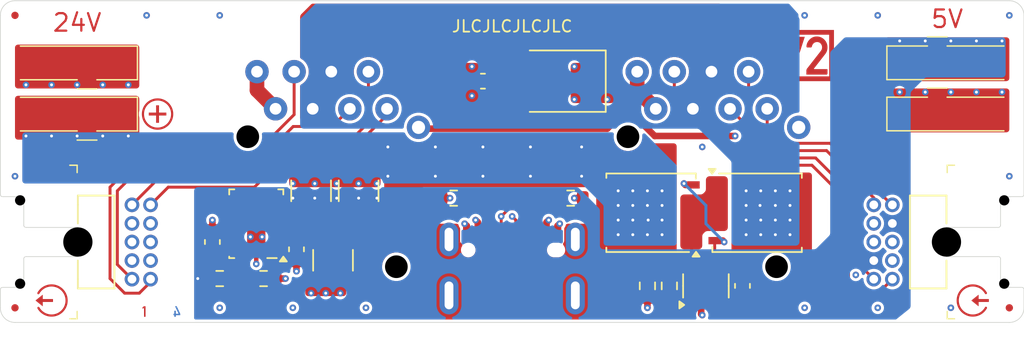
<source format=kicad_pcb>
(kicad_pcb (version 20241229) (generator "pcbnew") (generator_version "9.0")
  (title_block (date "2025-11-17") (rev "5"))
  (layers (0 "F.Cu" signal "Front") (4 "In1.Cu" power) (6 "In2.Cu" power) (2 "B.Cu" power "Back") (13 "F.Paste" user) (5 "F.SilkS" user "F.Silkscreen") (7 "B.SilkS" user "B.Silkscreen") (1 "F.Mask" user) (3 "B.Mask" user) (25 "Edge.Cuts" user))
  (property "Order-Number" "JLCJLCJLCJLC")
  (net 0 "")
  (net 1 "GND")
  (net 2 "Net-(U301-VCAP)")
  (net 3 "/Power +5V/Feedback")
  (net 4 "+5V")
  (net 5 "+24V")
  (net 6 "/Power +5V/Vcc")
  (net 7 "/Polarity Protection/Gate")
  (net 8 "/Polarity Protection/Overvoltage")
  (net 10 "/+24V-Link")
  (net 14 "/Plug-RX-A")
  (net 15 "/Plug-RX-B")
  (net 16 "/Plug-TX-Y")
  (net 17 "/Plug-TX-Z")
  (net 18 "/Socket-RX-A")
  (net 19 "/Socket-RX-B")
  (net 20 "/Socket-TX-Y")
  (net 21 "/Socket-TX-Z")
  (net 22 "/USB-CC1")
  (net 23 "/USB+")
  (net 24 "/USB-")
  (net 25 "/USB-CC2")
  (net 26 "Earth")
  (net 31 "/Shield")
  (net 35 "VBUS")
  (net 36 "/Polarity Protection/Source")
  (footprint "V2_Package_TO_SOT_SMD:SOT-23-8" (layer "F.Cu") (at 165.25 112.5 90)
    (property "Reference" "U301" (hide yes))
    (property "Value" "LM74502-Q1" (hide yes))
  )
  (footprint "V2_Resistor_SMD:R_0603" (layer "F.Cu") (at 132 112)
    (property "Reference" "R501" (hide yes))
    (property "Value" "40k2" (hide yes))
  )
  (footprint "V2_Connector_USB:JAE_DX07S016JA3" (layer "F.Cu") (at 152 112)
    (property "Reference" "J103" (hide yes))
    (property "Value" "DX07S016JA3" (hide yes))
  )
  (footprint "V2_Package_TO_SOT_SMD:TDSON-8-FL" (layer "F.Cu") (at 168.75 107.5)
    (property "Reference" "Q301" (hide yes))
    (property "Value" "BSC010N04LS" (hide yes))
  )
  (footprint "V2_Resistor_SMD:R_0603" (layer "F.Cu") (at 162.75 112.5 90)
    (property "Reference" "R301" (hide yes))
    (property "Value" "100k" (hide yes))
  )
  (footprint "V2_Fiducial:Fiducial_0.5mm_Mask1mm_Paste" (layer "F.Cu") (at 186 114)
    (property "Reference" "FID103" (hide yes))
    (property "Value" "Fiducial_Paste" (hide yes))
  )
  (footprint "V2_Fiducial:Fiducial_0.5mm_Mask1mm_Paste" (layer "F.Cu") (at 118 114)
    (property "Reference" "FID101" (hide yes))
    (property "Value" "Fiducial_Paste" (hide yes))
  )
  (footprint "V2_Production:Order_Number" (layer "F.Cu") (at 152 94.75)
    (property "Reference" "INFO102" (hide yes))
    (property "Value" "Order_Number" (hide yes))
  )
  (footprint "V2_Artwork:Logo_Small" (layer "F.Cu") (at 172 96.75)
    (property "Reference" "ICON102" (hide yes))
    (property "Value" "V2-logo" (hide yes))
  )
  (footprint "V2_Package_TO_SOT_SMD:TDSON-8-FL" (layer "F.Cu") (at 161.5 107.5 180)
    (property "Reference" "Q302" (hide yes))
    (property "Value" "BSC010N04LS" (hide yes))
  )
  (footprint "V2_Artwork:Arrow_In" (layer "F.Cu") (at 183.5 113.5 180)
    (property "Reference" "ICON106" (hide yes))
    (property "Value" "Arrow_In" (hide yes))
  )
  (footprint "V2_Connector_WAGO:2065-100" (layer "F.Cu") (at 122.5 100.75)
    (property "Reference" "J106" (hide yes))
    (property "Value" "Conn_01x01" (hide yes))
  )
  (footprint "V2_Connector_Header_1.27mm:PinHeader_2x05_P1.27mm_Horizontal" (layer "F.Cu") (at 178 109.5 -90)
    (property "Reference" "J101" (hide yes))
    (property "Value" "2x05_Horizontal" (hide yes))
  )
  (footprint "V2_PCB_Devices:PCB_Plug_Horizontal" (layer "F.Cu") (at 178 109.5 -90)
    (property "Reference" "PLUG101" (hide yes))
    (property "Value" "PCB_Plug_Horizontal" (hide yes))
    (fp_line (start -1 -3.7) (end 1 -3.7) (stroke (width 0.05)) (layer "Edge.Cuts"))
    (fp_line (start 1 -3.7) (end 1 -7.25) (stroke (width 0.05)) (layer "Edge.Cuts"))
    (fp_line (start -1 -7.25) (end -1 -3.7) (stroke (width 0.05)) (layer "Edge.Cuts"))
    (fp_line (start -3.1 -7.4) (end -1.15 -7.4) (stroke (width 0.05)) (layer "Edge.Cuts"))
    (fp_line (start 1.15 -7.4) (end 3.1 -7.4) (stroke (width 0.05)) (layer "Edge.Cuts"))
    (fp_line (start 3.1 -7.4) (end 3.1 -8.85) (stroke (width 0.05)) (layer "Edge.Cuts"))
    (fp_line (start -3.1 -8.85) (end -3.1 -7.4) (stroke (width 0.05)) (layer "Edge.Cuts"))
    (fp_arc (start 1 -7.25) (mid 1.043934 -7.356066) (end 1.15 -7.4) (stroke (width 0.05)) (layer "Edge.Cuts"))
    (fp_arc (start -1.15 -7.4) (mid -1.043934 -7.356066) (end -1 -7.25) (stroke (width 0.05)) (layer "Edge.Cuts"))
    (fp_arc (start 3.1 -8.85) (mid 3.143934 -8.956066) (end 3.25 -9) (stroke (width 0.05)) (layer "Edge.Cuts"))
    (fp_arc (start -3.25 -9) (mid -3.143934 -8.956066) (end -3.1 -8.85) (stroke (width 0.05)) (layer "Edge.Cuts"))
  )
  (footprint "V2_Diode_SMD:D_SMB" (layer "F.Cu") (at 155.5 98.5 180)
    (property "Reference" "TVS101" (hide yes))
    (property "Value" "SMBJ36CA" (hide yes))
  )
  (footprint "V2_Resistor_SMD:R_0603" (layer "F.Cu") (at 156 106.5)
    (property "Reference" "R102" (hide yes))
    (property "Value" "5k1" (hide yes))
  )
  (footprint "V2_Capacitor_SMD:C_0603" (layer "F.Cu") (at 167.75 112.5 -90)
    (property "Reference" "C301" (hide yes))
    (property "Value" "0u22" (hide yes))
  )
  (footprint "V2_Capacitor_SMD:C_1210" (layer "F.Cu") (at 138.25 106 90)
    (property "Reference" "C504" (hide yes))
    (property "Value" "22u" (hide yes))
  )
  (footprint "V2_Capacitor_SMD:C_0603" (layer "F.Cu") (at 150 98.5 180)
    (property "Reference" "C101" (hide yes))
    (property "Value" "0u1" (hide yes))
  )
  (footprint "V2_Artwork:Plus_Small" (layer "F.Cu") (at 127.75 100.75 90)
    (property "Reference" "ICON105" (hide yes))
    (property "Value" "Plus" (hide yes))
  )
  (footprint "V2_PCB_Devices:PCB_Plug_Horizontal" (layer "F.Cu") (at 126 109.5 90)
    (property "Reference" "PLUG102" (hide yes))
    (property "Value" "PCB_Plug_Horizontal" (hide yes))
    (fp_line (start -3.1 -8.85) (end -3.1 -7.4) (stroke (width 0.05)) (layer "Edge.Cuts"))
    (fp_line (start 3.1 -7.4) (end 3.1 -8.85) (stroke (width 0.05)) (layer "Edge.Cuts"))
    (fp_line (start 1.15 -7.4) (end 3.1 -7.4) (stroke (width 0.05)) (layer "Edge.Cuts"))
    (fp_line (start -3.1 -7.4) (end -1.15 -7.4) (stroke (width 0.05)) (layer "Edge.Cuts"))
    (fp_line (start -1 -7.25) (end -1 -3.7) (stroke (width 0.05)) (layer "Edge.Cuts"))
    (fp_line (start 1 -3.7) (end 1 -7.25) (stroke (width 0.05)) (layer "Edge.Cuts"))
    (fp_line (start -1 -3.7) (end 1 -3.7) (stroke (width 0.05)) (layer "Edge.Cuts"))
    (fp_arc (start -3.25 -9) (mid -3.143934 -8.956066) (end -3.1 -8.85) (stroke (width 0.05)) (layer "Edge.Cuts"))
    (fp_arc (start 3.1 -8.85) (mid 3.143934 -8.956066) (end 3.25 -9) (stroke (width 0.05)) (layer "Edge.Cuts"))
    (fp_arc (start -1.15 -7.4) (mid -1.043934 -7.356066) (end -1 -7.25) (stroke (width 0.05)) (layer "Edge.Cuts"))
    (fp_arc (start 1 -7.25) (mid 1.043934 -7.356066) (end 1.15 -7.4) (stroke (width 0.05)) (layer "Edge.Cuts"))
  )
  (footprint "V2_Artwork:24V" (layer "F.Cu") (at 122.25 94.5)
    (property "Reference" "ICON104" (hide yes))
    (property "Value" "24V" (hide yes))
  )
  (footprint "V2_Resistor_SMD:R_0603" (layer "F.Cu") (at 148 106.5 180)
    (property "Reference" "R101" (hide yes))
    (property "Value" "5k1" (hide yes))
  )
  (footprint "V2_Artwork:5V" (layer "F.Cu") (at 181.75 94.25)
    (property "Reference" "ICON101" (hide yes))
    (property "Value" "5V" (hide yes))
  )
  (footprint "V2_Connector_Header_1.27mm:PinHeader_2x05_P1.27mm_Horizontal" (layer "F.Cu") (at 126 109.5 90)
    (property "Reference" "J104" (hide yes))
    (property "Value" "2x05_Horizontal" (hide yes))
  )
  (footprint "V2_Production:Layer_Numbers" (layer "F.Cu") (at 128 114.25)
    (property "Reference" "INFO101" (hide yes))
    (property "Value" "Layer_Numbers" (hide yes))
  )
  (footprint "V2_Capacitor_SMD:C_1210" (layer "F.Cu") (at 139.75 110.75 -90)
    (property "Reference" "C501" (hide yes))
    (property "Value" "10u" (hide yes))
  )
  (footprint "V2_Connector_WAGO:2065-100" (layer "F.Cu") (at 122.5 97.25)
    (property "Reference" "J109" (hide yes))
    (property "Value" "Conn_01x01" (hide yes))
  )
  (footprint "V2_Artwork:Arrow_Out" (layer "F.Cu") (at 120.5 113.5 180)
    (property "Reference" "ICON107" (hide yes))
    (property "Value" "Arrow_Out" (hide yes))
  )
  (footprint "V2_Resistor_SMD:R_0603" (layer "F.Cu") (at 161.25 112.5 -90)
    (property "Reference" "R302" (hide yes))
    (property "Value" "3k9" (hide yes))
  )
  (footprint "V2_Capacitor_SMD:C_0603" (layer "F.Cu") (at 137.25 110 -90)
    (property "Reference" "C502" (hide yes))
    (property "Value" "0u1" (hide yes))
  )
  (footprint "V2_Connector_WAGO:2065-100" (layer "F.Cu") (at 181.5 97.25 180)
    (property "Reference" "J107" (hide yes))
    (property "Value" "Conn_01x01" (hide yes))
  )
  (footprint "V2_Connector_WAGO:2065-100" (layer "F.Cu") (at 181.5 100.75 180)
    (property "Reference" "J108" (hide yes))
    (property "Value" "Conn_01x01" (hide yes))
  )
  (footprint "V2_Capacitor_SMD:C_0603" (layer "F.Cu") (at 131.5 109.5 90)
    (property "Reference" "C505" (hide yes))
    (property "Value" "1u" (hide yes))
  )
  (footprint "V2_Resistor_SMD:R_0603" (layer "F.Cu") (at 135 112)
    (property "Reference" "R502" (hide yes))
    (property "Value" "10k" (hide yes))
  )
  (footprint "V2_Converter_DCDC:TPSM33625" (layer "F.Cu") (at 134.5 108.25 180)
    (property "Reference" "U501" (hide yes))
    (property "Value" "TPSM33625" (hide yes))
  )
  (footprint "V2_Fiducial:Fiducial_0.5mm_Mask1mm_Paste" (layer "F.Cu") (at 118 94)
    (property "Reference" "FID102" (hide yes))
    (property "Value" "Fiducial_Paste" (hide yes))
  )
  (footprint "V2_Capacitor_SMD:C_1210" (layer "F.Cu") (at 141.5 106 90)
    (property "Reference" "C503" (hide yes))
    (property "Value" "22u" (hide yes))
  )
  (footprint "V2_Artwork:Plus_Small" (layer "F.Cu") (at 176.25 97.25 -90)
    (property "Reference" "ICON103" (hide yes))
    (property "Value" "Plus" (hide yes))
  )
  (footprint "V2_Connector_EtherCon:NE8FAH" (layer "B.Cu") (at 165 115)
    (property "Reference" "J102" (hide yes))
    (property "Value" "NE8FAH" (hide yes))
  )
  (footprint "V2_Connector_EtherCon:NE8FAH" (layer "B.Cu") (at 139 115)
    (property "Reference" "J105" (hide yes))
    (property "Value" "NE8FAH" (hide yes))
  )
  (gr_line (start 187 94) (end 187 106.25) (stroke (width 0.05)) (layer "Edge.Cuts"))
  (gr_line (start 117 112.75) (end 117 114) (stroke (width 0.05)) (layer "Edge.Cuts"))
  (gr_line (start 118 93) (end 186 93) (stroke (width 0.05)) (layer "Edge.Cuts"))
  (gr_line (start 117 94) (end 117 106.25) (stroke (width 0.05)) (layer "Edge.Cuts"))
  (gr_line (start 187 112.75) (end 187 114) (stroke (width 0.05)) (layer "Edge.Cuts"))
  (gr_arc (start 118 115) (mid 117.292893 114.707107) (end 117 114) (stroke (width 0.05)) (layer "Edge.Cuts"))
  (gr_arc (start 187 114) (mid 186.707107 114.707107) (end 186 115) (stroke (width 0.05)) (layer "Edge.Cuts"))
  (gr_arc (start 117 94) (mid 117.292893 93.292893) (end 118 93) (stroke (width 0.05)) (layer "Edge.Cuts"))
  (gr_arc (start 186 93) (mid 186.707107 93.292893) (end 187 94) (stroke (width 0.05)) (layer "Edge.Cuts"))
  (gr_line (start 118 115) (end 186 115) (stroke (width 0.05)) (layer "Edge.Cuts"))
  (segment (start 134.55 97.85) (end 134.55 99.12) (width 1) (layer "F.Cu") (net 1))
  (segment (start 164.925 114.425) (end 165 114.5) (width 0.45) (layer "F.Cu") (net 1))
  (segment (start 131.5 108) (end 131.5 108.725) (width 0.45) (layer "F.Cu") (net 1))
  (segment (start 161.25 114) (end 161.25 113.325) (width 0.45) (layer "F.Cu") (net 1))
  (segment (start 136.5 112) (end 135.825 112) (width 0.45) (layer "F.Cu") (net 1))
  (segment (start 148.9 108.4) (end 148.75 108.25) (width 0.45) (layer "F.Cu") (net 1))
  (segment (start 156.825 106.5) (end 156.25 106.5) (width 0.45) (layer "F.Cu") (net 1))
  (segment (start 134.5 110.95) (end 134.5 109.95) (width 0.3) (layer "F.Cu") (net 1))
  (segment (start 164.925 113.6375) (end 164.925 114.425) (width 0.45) (layer "F.Cu") (net 1))
  (segment (start 137.25 111.5) (end 137.25 110.775) (width 0.45) (layer "F.Cu") (net 1))
  (segment (start 160.55 97.85) (end 160.55 99.12) (width 1) (layer "F.Cu") (net 1))
  (segment (start 134.55 99.12) (end 135.82 100.39) (width 1) (layer "F.Cu") (net 1))
  (segment (start 155.1 108.95) (end 155.1 108.4) (width 0.45) (layer "F.Cu") (net 1))
  (segment (start 160.55 99.12) (end 161.82 100.39) (width 1) (layer "F.Cu") (net 1))
  (segment (start 147.175 106.5) (end 147.75 106.5) (width 0.45) (layer "F.Cu") (net 1))
  (segment (start 155.1 108.4) (end 155.25 108.25) (width 0.45) (layer "F.Cu") (net 1))
  (segment (start 148.9 108.95) (end 148.9 108.4) (width 0.45) (layer "F.Cu") (net 1))
  (via (at 137 105.5) (size 0.45) (drill 0.2) (layers "F.Cu" "B.Cu") (net 1))
  (via (at 180.25 99.25) (size 0.45) (drill 0.2) (layers "F.Cu" "B.Cu") (net 1))
  (via (at 138.5 105.5) (size 0.45) (drill 0.2) (layers "F.Cu" "B.Cu") (net 1))
  (via (at 155.25 108.25) (size 0.45) (drill 0.2) (layers "F.Cu" "B.Cu") (net 1))
  (via (at 177 114) (size 0.45) (drill 0.2) (layers "F.Cu" "B.Cu") (net 1))
  (via (at 161.25 114) (size 0.45) (drill 0.2) (layers "F.Cu" "B.Cu") (net 1))
  (via (at 118 105) (size 0.45) (drill 0.2) (layers "F.Cu" "B.Cu") (net 1))
  (via (at 127 94) (size 0.45) (drill 0.2) (layers "F.Cu" "B.Cu") (net 1))
  (via (at 165 114.5) (size 0.45) (drill 0.2) (layers "F.Cu" "B.Cu") (net 1))
  (via (at 149.25 99.5) (size 0.45) (drill 0.2) (layers "F.Cu" "B.Cu") (net 1))
  (via (at 182 114) (size 0.45) (drill 0.2) (layers "F.Cu" "B.Cu") (net 1))
  (via (at 156.25 106.5) (size 0.45) (drill 0.2) (layers "F.Cu" "B.Cu") (net 1))
  (via (at 134.5 111) (size 0.45) (drill 0.2) (layers "F.Cu" "B.Cu") (net 1))
  (via (at 122.25 98.75) (size 0.45) (drill 0.2) (layers "F.Cu" "B.Cu") (net 1))
  (via (at 158.5 99.75) (size 0.45) (drill 0.2) (layers "F.Cu" "B.Cu") (net 1))
  (via (at 156.25 97.5) (size 0.45) (drill 0.2) (layers "F.Cu" "B.Cu") (net 1))
  (via (at 148.75 108.25) (size 0.45) (drill 0.2) (layers "F.Cu" "B.Cu") (net 1))
  (via (at 156.25 99.75) (size 0.45) (drill 0.2) (layers "F.Cu" "B.Cu") (net 1))
  (via (at 165 103) (size 0.45) (drill 0.2) (layers "F.Cu" "B.Cu") (net 1))
  (via (at 175.5 111.75) (size 0.45) (drill 0.2) (layers "F.Cu" "B.Cu") (net 1))
  (via (at 136.5 112) (size 0.45) (drill 0.2) (layers "F.Cu" "B.Cu") (net 1))
  (via (at 138.25 113) (size 0.45) (drill 0.2) (layers "F.Cu" "B.Cu") (net 1))
  (via (at 142 114) (size 0.45) (drill 0.2) (layers "F.Cu" "B.Cu") (net 1))
  (via (at 132 94) (size 0.45) (drill 0.2) (layers "F.Cu" "B.Cu") (net 1))
  (via (at 139.25 113) (size 0.45) (drill 0.2) (layers "F.Cu" "B.Cu") (net 1))
  (via (at 186 94) (size 0.45) (drill 0.2) (layers "F.Cu" "B.Cu") (net 1))
  (via (at 125.75 98.75) (size 0.45) (drill 0.2) (layers "F.Cu" "B.Cu") (net 1))
  (via (at 186 105) (size 0.45) (drill 0.2) (layers "F.Cu" "B.Cu") (net 1))
  (via (at 118.75 98.75) (size 0.45) (drill 0.2) (layers "F.Cu" "B.Cu") (net 1))
  (via (at 147.75 106.5) (size 0.45) (drill 0.2) (layers "F.Cu" "B.Cu") (net 1))
  (via (at 137 114) (size 0.45) (drill 0.2) (layers "F.Cu" "B.Cu") (net 1))
  (via (at 142.75 105.5) (size 0.45) (drill 0.2) (layers "F.Cu" "B.Cu") (net 1))
  (via (at 185.5 99.25) (size 0.45) (drill 0.2) (layers "F.Cu" "B.Cu") (net 1))
  (via (at 141.5 105.5) (size 0.45) (drill 0.2) (layers "F.Cu" "B.Cu") (net 1))
  (via (at 177 94) (size 0.45) (drill 0.2) (layers "F.Cu" "B.Cu") (net 1))
  (via (at 137.25 111.5) (size 0.45) (drill 0.2) (layers "F.Cu" "B.Cu") (net 1))
  (via (at 183.75 99.25) (size 0.45) (drill 0.2) (layers "F.Cu" "B.Cu") (net 1))
  (via (at 172 94) (size 0.45) (drill 0.2) (layers "F.Cu" "B.Cu") (net 1))
  (via (at 124 98.75) (size 0.45) (drill 0.2) (layers "F.Cu" "B.Cu") (net 1))
  (via (at 140.25 113) (size 0.45) (drill 0.2) (layers "F.Cu" "B.Cu") (net 1))
  (via (at 149.25 97.5) (size 0.45) (drill 0.2) (layers "F.Cu" "B.Cu") (net 1))
  (via (at 131.5 108) (size 0.45) (drill 0.2) (layers "F.Cu" "B.Cu") (net 1))
  (via (at 182 99.25) (size 0.45) (drill 0.2) (layers "F.Cu" "B.Cu") (net 1))
  (via (at 140 105.5) (size 0.45) (drill 0.2) (layers "F.Cu" "B.Cu") (net 1))
  (via (at 132 114) (size 0.45) (drill 0.2) (layers "F.Cu" "B.Cu") (net 1))
  (via (at 172 114) (size 0.45) (drill 0.2) (layers "F.Cu" "B.Cu") (net 1))
  (via (at 120.5 98.75) (size 0.45) (drill 0.2) (layers "F.Cu" "B.Cu") (net 1))
  (via (at 178.5 99.25) (size 0.45) (drill 0.2) (layers "F.Cu" "B.Cu") (net 1))
  (segment (start 166.3625 113.5) (end 167.525 113.5) (width 0.2) (layer "F.Cu") (net 2))
  (segment (start 167.525 113.5) (end 167.75 113.275) (width 0.2) (layer "F.Cu") (net 2))
  (segment (start 166.225 113.6375) (end 166.3625 113.5) (width 0.2) (layer "F.Cu") (net 2))
  (segment (start 134 110.31) (end 133.975 110.335) (width 0.2) (layer "F.Cu") (net 3))
  (segment (start 133.975 111.8) (end 134.175 112) (width 0.2) (layer "F.Cu") (net 3))
  (segment (start 134.175 112) (end 132.825 112) (width 0.2) (layer "F.Cu") (net 3))
  (segment (start 133.975 110.335) (end 133.975 111.8) (width 0.2) (layer "F.Cu") (net 3))
  (segment (start 131.175 112) (end 130.5 112) (width 0.45) (layer "F.Cu") (net 4))
  (via (at 180.25 95.75) (size 0.45) (drill 0.2) (layers "F.Cu" "B.Cu") (net 4))
  (via (at 183.75 95.75) (size 0.45) (drill 0.2) (layers "F.Cu" "B.Cu") (net 4))
  (via (at 130.5 112) (size 0.45) (drill 0.2) (layers "F.Cu" "B.Cu") (net 4))
  (via (at 138.5 106.5) (size 0.45) (drill 0.2) (layers "F.Cu" "B.Cu") (net 4))
  (via (at 142.75 106.5) (size 0.45) (drill 0.2) (layers "F.Cu" "B.Cu") (net 4))
  (via (at 141.5 106.5) (size 0.45) (drill 0.2) (layers "F.Cu" "B.Cu") (net 4))
  (via (at 185.5 95.75) (size 0.45) (drill 0.2) (layers "F.Cu" "B.Cu") (net 4))
  (via (at 182 95.75) (size 0.45) (drill 0.2) (layers "F.Cu" "B.Cu") (net 4))
  (via (at 137 106.5) (size 0.45) (drill 0.2) (layers "F.Cu" "B.Cu") (net 4))
  (via (at 178.5 95.75) (size 0.45) (drill 0.2) (layers "F.Cu" "B.Cu") (net 4))
  (via (at 140 106.5) (size 0.45) (drill 0.2) (layers "F.Cu" "B.Cu") (net 4))
  (via (at 120.5 102.25) (size 0.45) (drill 0.2) (layers "F.Cu" "B.Cu") (net 5))
  (via (at 118.75 102.25) (size 0.45) (drill 0.2) (layers "F.Cu" "B.Cu") (net 5))
  (via (at 125.75 102.25) (size 0.45) (drill 0.2) (layers "F.Cu" "B.Cu") (net 5))
  (via (at 156.75 103) (size 0.45) (drill 0.2) (layers "F.Cu" "B.Cu") (net 5))
  (via (at 150 103) (size 0.45) (drill 0.2) (layers "F.Cu" "B.Cu") (net 5))
  (via (at 143.5 105) (size 0.45) (drill 0.2) (layers "F.Cu" "B.Cu") (net 5))
  (via (at 150 105) (size 0.45) (drill 0.2) (layers "F.Cu" "B.Cu") (net 5))
  (via (at 143.5 103) (size 0.45) (drill 0.2) (layers "F.Cu" "B.Cu") (net 5))
  (via (at 124 102.25) (size 0.45) (drill 0.2) (layers "F.Cu" "B.Cu") (net 5))
  (via (at 146.75 103) (size 0.45) (drill 0.2) (layers "F.Cu" "B.Cu") (net 5))
  (via (at 146.75 105) (size 0.45) (drill 0.2) (layers "F.Cu" "B.Cu") (net 5))
  (via (at 153.25 105) (size 0.45) (drill 0.2) (layers "F.Cu" "B.Cu") (net 5))
  (via (at 153.25 103) (size 0.45) (drill 0.2) (layers "F.Cu" "B.Cu") (net 5))
  (via (at 156.75 105) (size 0.45) (drill 0.2) (layers "F.Cu" "B.Cu") (net 5))
  (via (at 122.25 102.25) (size 0.45) (drill 0.2) (layers "F.Cu" "B.Cu") (net 5))
  (segment (start 135.025 110.335) (end 135 110.31) (width 0.2) (layer "F.Cu") (net 6))
  (segment (start 131.5 110.275) (end 132 110.775) (width 0.2) (layer "F.Cu") (net 6))
  (segment (start 132 112.5) (end 132.5 113) (width 0.2) (layer "F.Cu") (net 6))
  (segment (start 132 110.775) (end 132 112.5) (width 0.2) (layer "F.Cu") (net 6))
  (segment (start 135.025 112.475) (end 135.025 110.335) (width 0.2) (layer "F.Cu") (net 6))
  (segment (start 133.1125 110.21) (end 131.565 110.21) (width 0.45) (layer "F.Cu") (net 6))
  (segment (start 131.565 110.21) (end 131.5 110.275) (width 0.2) (layer "F.Cu") (net 6))
  (segment (start 134.5 113) (end 135.025 112.475) (width 0.2) (layer "F.Cu") (net 6))
  (segment (start 132.5 113) (end 134.5 113) (width 0.2) (layer "F.Cu") (net 6))
  (segment (start 163.845 105.595) (end 163.75 105.5) (width 0.45) (layer "F.Cu") (net 7))
  (segment (start 166.405 109.405) (end 166.5 109.5) (width 0.45) (layer "F.Cu") (net 7))
  (segment (start 164.4 105.595) (end 163.845 105.595) (width 0.45) (layer "F.Cu") (net 7))
  (segment (start 165.85 110.15) (end 165.85 109.405) (width 0.2) (layer "F.Cu") (net 7))
  (segment (start 165.85 109.405) (end 166.405 109.405) (width 0.45) (layer "F.Cu") (net 7))
  (segment (start 165.575 110.425) (end 165.85 110.15) (width 0.2) (layer "F.Cu") (net 7))
  (segment (start 165.575 111.3625) (end 165.575 110.425) (width 0.2) (layer "F.Cu") (net 7))
  (via (at 166.5 109.5) (size 0.45) (drill 0.2) (layers "F.Cu" "B.Cu") (net 7))
  (via (at 163.75 105.5) (size 0.45) (drill 0.2) (layers "F.Cu" "B.Cu") (net 7))
  (segment (start 165.25 108.25) (end 166.5 109.5) (width 0.2) (layer "B.Cu") (net 7))
  (segment (start 163.75 105.5) (end 165.25 107) (width 0.2) (layer "B.Cu") (net 7))
  (segment (start 165.25 107) (end 165.25 108.25) (width 0.2) (layer "B.Cu") (net 7))
  (segment (start 164.925 112.075) (end 164.75 112.25) (width 0.2) (layer "F.Cu") (net 8))
  (segment (start 162.75 111.675) (end 161.25 111.675) (width 0.2) (layer "F.Cu") (net 8))
  (segment (start 163.325 112.25) (end 162.75 111.675) (width 0.2) (layer "F.Cu") (net 8))
  (segment (start 164.75 112.25) (end 163.325 112.25) (width 0.2) (layer "F.Cu") (net 8))
  (segment (start 164.925 111.360404) (end 164.925 112.075) (width 0.2) (layer "F.Cu") (net 8))
  (segment (start 163.0625 113.6375) (end 162.75 113.325) (width 0.2) (layer "F.Cu") (net 10))
  (segment (start 164.275 112.975) (end 164.5 112.75) (width 0.2) (layer "F.Cu") (net 10))
  (segment (start 164.275 113.6375) (end 163.0625 113.6375) (width 0.2) (layer "F.Cu") (net 10))
  (segment (start 167.75 111.725) (end 168 111.475) (width 0.2) (layer "F.Cu") (net 10))
  (segment (start 164.275 113.6375) (end 164.275 112.975) (width 0.2) (layer "F.Cu") (net 10))
  (segment (start 168 111.475) (end 168 108.75) (width 0.2) (layer "F.Cu") (net 10))
  (segment (start 166.225 112.025) (end 166.225 111.3625) (width 0.2) (layer "F.Cu") (net 10))
  (segment (start 167.3875 111.3625) (end 167.75 111.725) (width 0.2) (layer "F.Cu") (net 10))
  (segment (start 164.5 112.75) (end 165.5 112.75) (width 0.2) (layer "F.Cu") (net 10))
  (segment (start 166.225 111.3625) (end 167.3875 111.3625) (width 0.2) (layer "F.Cu") (net 10))
  (segment (start 165.5 112.75) (end 166.225 112.025) (width 0.2) (layer "F.Cu") (net 10))
  (segment (start 172.75 103.75) (end 170.25 103.75) (width 0.2) (layer "F.Cu") (net 14))
  (segment (start 166.9 100.4) (end 166.9 100.39) (width 0.2) (layer "F.Cu") (net 14))
  (segment (start 176.73 112.04) (end 175.5 110.81) (width 0.2) (layer "F.Cu") (net 14))
  (segment (start 175.5 110.81) (end 175.5 106.5) (width 0.2) (layer "F.Cu") (net 14))
  (segment (start 175.5 106.5) (end 172.75 103.75) (width 0.2) (layer "F.Cu") (net 14))
  (segment (start 170.25 103.75) (end 166.9 100.4) (width 0.2) (layer "F.Cu") (net 14))
  (segment (start 176 113) (end 177.04 113) (width 0.2) (layer "F.Cu") (net 15))
  (segment (start 175 112) (end 176 113) (width 0.2) (layer "F.Cu") (net 15))
  (segment (start 163.09 97.85) (end 163.09 101.09) (width 0.2) (layer "F.Cu") (net 15))
  (segment (start 163.5 101.5) (end 167.25 101.5) (width 0.2) (layer "F.Cu") (net 15))
  (segment (start 175 106.75) (end 175 112) (width 0.2) (layer "F.Cu") (net 15))
  (segment (start 172.5 104.25) (end 175 106.75) (width 0.2) (layer "F.Cu") (net 15))
  (segment (start 170 104.25) (end 172.5 104.25) (width 0.2) (layer "F.Cu") (net 15))
  (segment (start 163.09 101.09) (end 163.5 101.5) (width 0.2) (layer "F.Cu") (net 15))
  (segment (start 177.04 113) (end 178 112.04) (width 0.2) (layer "F.Cu") (net 15))
  (segment (start 167.25 101.5) (end 170 104.25) (width 0.2) (layer "F.Cu") (net 15))
  (segment (start 178 106.96) (end 177.96 106.96) (width 0.2) (layer "F.Cu") (net 16))
  (segment (start 177.96 106.96) (end 173.75 102.75) (width 0.2) (layer "F.Cu") (net 16))
  (segment (start 173.75 102.75) (end 170.75 102.75) (width 0.2) (layer "F.Cu") (net 16))
  (segment (start 169.44 101.44) (end 169.44 100.39) (width 0.2) (layer "F.Cu") (net 16))
  (segment (start 170.75 102.75) (end 169.44 101.44) (width 0.2) (layer "F.Cu") (net 16))
  (segment (start 173.5 103.25) (end 176.73 106.48) (width 0.2) (layer "F.Cu") (net 17))
  (segment (start 168.17 100.92) (end 170.5 103.25) (width 0.2) (layer "F.Cu") (net 17))
  (segment (start 168.17 97.85) (end 168.17 100.92) (width 0.2) (layer "F.Cu") (net 17))
  (segment (start 176.73 106.48) (end 176.73 106.96) (width 0.2) (layer "F.Cu") (net 17))
  (segment (start 170.5 103.25) (end 173.5 103.25) (width 0.2) (layer "F.Cu") (net 17))
  (segment (start 127.27 106.96) (end 128.48 105.75) (width 0.2) (layer "F.Cu") (net 18))
  (segment (start 143.44 100.39) (end 142.89 100.39) (width 0.2) (layer "F.Cu") (net 18))
  (segment (start 141.25 103) (end 143.44 100.81) (width 0.2) (layer "F.Cu") (net 18))
  (segment (start 128.48 105.75) (end 134.375 105.75) (width 0.2) (layer "F.Cu") (net 18))
  (segment (start 134.375 105.75) (end 137.125 103) (width 0.2) (layer "F.Cu") (net 18))
  (segment (start 143.44 100.81) (end 143.44 100.39) (width 0.2) (layer "F.Cu") (net 18))
  (segment (start 137.125 103) (end 141.25 103) (width 0.2) (layer "F.Cu") (net 18))
  (segment (start 142.17 101.33) (end 142.17 97.85) (width 0.2) (layer "F.Cu") (net 19))
  (segment (start 136.875 102.5) (end 141 102.5) (width 0.2) (layer "F.Cu") (net 19))
  (segment (start 142.17 97.85) (end 142.17 97.833619) (width 0.2) (layer "F.Cu") (net 19))
  (segment (start 126 106.96) (end 127.71 105.25) (width 0.2) (layer "F.Cu") (net 19))
  (segment (start 134.125 105.25) (end 136.875 102.5) (width 0.2) (layer "F.Cu") (net 19))
  (segment (start 141 102.5) (end 142.17 101.33) (width 0.2) (layer "F.Cu") (net 19))
  (segment (start 127.71 105.25) (end 134.125 105.25) (width 0.2) (layer "F.Cu") (net 19))
  (segment (start 126 112.04) (end 125 111.04) (width 0.2) (layer "F.Cu") (net 20))
  (segment (start 125 106) (end 126.25 104.75) (width 0.2) (layer "F.Cu") (net 20))
  (segment (start 137.025 101.6) (end 139.69 101.6) (width 0.2) (layer "F.Cu") (net 20))
  (segment (start 133.875 104.75) (end 137.025 101.6) (width 0.2) (layer "F.Cu") (net 20))
  (segment (start 125 111.04) (end 125 106) (width 0.2) (layer "F.Cu") (net 20))
  (segment (start 139.69 101.6) (end 140.9 100.39) (width 0.2) (layer "F.Cu") (net 20))
  (segment (start 126.25 104.75) (end 133.875 104.75) (width 0.2) (layer "F.Cu") (net 20))
  (segment (start 137.09 97.85) (end 137.09 100.785) (width 0.2) (layer "F.Cu") (net 21))
  (segment (start 125.5 113) (end 126.5 113) (width 0.2) (layer "F.Cu") (net 21))
  (segment (start 137.09 100.785) (end 133.625 104.25) (width 0.2) (layer "F.Cu") (net 21))
  (segment (start 133.625 104.25) (end 126 104.25) (width 0.2) (layer "F.Cu") (net 21))
  (segment (start 126.5 113) (end 127.27 112.23) (width 0.2) (layer "F.Cu") (net 21))
  (segment (start 124.5 105.75) (end 124.5 112) (width 0.2) (layer "F.Cu") (net 21))
  (segment (start 127.27 112.23) (end 127.27 112.04) (width 0.2) (layer "F.Cu") (net 21))
  (segment (start 124.5 112) (end 125.5 113) (width 0.2) (layer "F.Cu") (net 21))
  (segment (start 126 104.25) (end 124.5 105.75) (width 0.2) (layer "F.Cu") (net 21))
  (segment (start 150.25 107.25) (end 150.25 108.95) (width 0.2) (layer "F.Cu") (net 22))
  (segment (start 149.5 106.5) (end 150.25 107.25) (width 0.2) (layer "F.Cu") (net 22))
  (segment (start 148.825 106.5) (end 149.5 106.5) (width 0.2) (layer "F.Cu") (net 22))
  (segment (start 152 108.95) (end 152.25 108.95) (width 0.2) (layer "F.Cu") (net 23))
  (segment (start 152 107.75) (end 152.25 108) (width 0.2) (layer "F.Cu") (net 23))
  (segment (start 152.25 108) (end 152.25 108.95) (width 0.2) (layer "F.Cu") (net 23))
  (segment (start 151.75 108.95) (end 152 108.95) (width 0.2) (layer "F.Cu") (net 23))
  (via (at 152 107.75) (size 0.45) (drill 0.2) (layers "F.Cu" "B.Cu") (net 23))
  (segment (start 152.225 107.225) (end 152.75 107.75) (width 0.2) (layer "F.Cu") (net 24))
  (segment (start 152.75 107.75) (end 152.75 108.95) (width 0.2) (layer "F.Cu") (net 24))
  (segment (start 151.25 107.75) (end 151.25 108.95) (width 0.2) (layer "F.Cu") (net 24))
  (segment (start 151.775 107.225) (end 152.225 107.225) (width 0.2) (layer "F.Cu") (net 24))
  (segment (start 151.25 107.75) (end 151.775 107.225) (width 0.2) (layer "F.Cu") (net 24))
  (via (at 151.25 107.75) (size 0.45) (drill 0.2) (layers "F.Cu" "B.Cu") (net 24))
  (segment (start 153.25 107.75) (end 153.25 108.95) (width 0.2) (layer "F.Cu") (net 25))
  (segment (start 155.175 106.5) (end 154.5 106.5) (width 0.2) (layer "F.Cu") (net 25))
  (segment (start 154.5 106.5) (end 153.25 107.75) (width 0.2) (layer "F.Cu") (net 25))
  (segment (start 145.685 101.75) (end 145.595 101.66) (width 0.45) (layer "F.Cu") (net 31))
  (segment (start 158.5 101.75) (end 145.685 101.75) (width 0.45) (layer "F.Cu") (net 31))
  (segment (start 160.5 101) (end 159.25 101) (width 0.45) (layer "F.Cu") (net 31))
  (segment (start 167.25 102.25) (end 161.75 102.25) (width 0.45) (layer "F.Cu") (net 31))
  (segment (start 161.75 102.25) (end 160.5 101) (width 0.45) (layer "F.Cu") (net 31))
  (segment (start 159.25 101) (end 158.5 101.75) (width 0.45) (layer "F.Cu") (net 31))
  (via (at 167.25 102.25) (size 0.45) (drill 0.2) (layers "F.Cu" "B.Cu") (net 31))
  (segment (start 154.35 108.95) (end 154.35 108.15) (width 0.45) (layer "F.Cu") (net 35))
  (segment (start 149.65 108.15) (end 149.5 108) (width 0.45) (layer "F.Cu") (net 35))
  (segment (start 149.65 108.95) (end 149.65 108.15) (width 0.45) (layer "F.Cu") (net 35))
  (segment (start 154.35 108.15) (end 154.5 108) (width 0.45) (layer "F.Cu") (net 35))
  (via (at 149.5 108) (size 0.45) (drill 0.2) (layers "F.Cu" "B.Cu") (net 35))
  (via (at 154.5 108) (size 0.45) (drill 0.2) (layers "F.Cu" "B.Cu") (net 35))
  (segment (start 164.275 108.195621) (end 164.335621 108.135) (width 0.2) (layer "F.Cu") (net 36))
  (segment (start 164.275 107.945621) (end 164.335621 107.885) (width 0.2) (layer "F.Cu") (net 36))
  (segment (start 164.275 111.3625) (end 164.275 108.195621) (width 0.2) (layer "F.Cu") (net 36))
  (zone (net 4) (net_name "+5V") (layer "F.Cu") (connect_pads yes (clearance 0.2)) (min_thickness 0.254) (fill yes (thermal_gap 0.508) (thermal_bridge_width 0.508) (smoothing fillet) (radius 0.2))
    (polygon (pts (xy 177.5 98.5) (xy 177.5 95.5) (xy 186 95.5) (xy 186 98.5)))
  )
  (zone (net 1) (net_name "GND") (layer "F.Cu") (priority 2) (connect_pads yes (clearance 0.2)) (min_thickness 0.25) (fill yes (thermal_gap 0.5) (thermal_bridge_width 0.5) (smoothing fillet) (radius 0.25))
    (polygon (pts (xy 156 100) (xy 159 100) (xy 159 97.25) (xy 156 97.25)))
  )
  (zone (net 10) (net_name "/+24V-Link") (layer "F.Cu") (priority 7) (connect_pads yes (clearance 0.2)) (min_thickness 0.25) (fill yes (thermal_gap 0.5) (thermal_bridge_width 0.5) (smoothing fillet) (radius 0.25))
    (polygon (pts (xy 138.5 93) (xy 137.5 94) (xy 137.5 101.25) (xy 139.75 101.25) (xy 139.75 99.25) (xy 141.25 99.25) (xy 141.25 97) (xy 150 97) (xy 150 100) (xy 154.75 100) (xy 154.75 97) (xy 163.25 97) (xy 163.25 101.25) (xy 165.75 101.25) (xy 165.75 99.25) (xy 167 99.25) (xy 167 94) (xy 166 93)))
  )
  (zone (net 1) (net_name "GND") (layer "F.Cu") (priority 2) (connect_pads yes (clearance 0.2)) (min_thickness 0.25) (fill yes (thermal_gap 0.5) (thermal_bridge_width 0.5) (smoothing fillet) (radius 0.2))
    (polygon (pts (xy 137.85 113.2) (xy 140.65 113.2) (xy 140.65 111.6) (xy 137.85 111.6)))
  )
  (zone (net 1) (net_name "GND") (layer "F.Cu") (connect_pads yes (clearance 0.2)) (min_thickness 0.254) (fill yes (thermal_gap 0.508) (thermal_bridge_width 0.508) (smoothing fillet) (radius 0.2))
    (polygon (pts (xy 177.5 102) (xy 177.5 99) (xy 186 99) (xy 186 102)))
  )
  (zone (net 5) (net_name "+24V") (layer "F.Cu") (connect_pads yes (clearance 0.2)) (min_thickness 0.254) (fill yes (thermal_gap 0.508) (thermal_bridge_width 0.508) (smoothing fillet) (radius 0.2))
    (polygon (pts (xy 126.5 99.5) (xy 126.5 102.5) (xy 118 102.5) (xy 118 99.5)))
  )
  (zone (net 4) (net_name "+5V") (layer "F.Cu") (priority 2) (connect_pads yes (clearance 0.2)) (min_thickness 0.25) (fill yes (thermal_gap 0.5) (thermal_bridge_width 0.5) (smoothing fillet) (radius 0.25))
    (polygon (pts (xy 134.5 108.25) (xy 143 108.25) (xy 143 106.25) (xy 134.5 106.25)))
  )
  (zone (net 1) (net_name "GND") (layer "F.Cu") (priority 2) (connect_pads yes (clearance 0.2)) (min_thickness 0.25) (fill yes (thermal_gap 0.5) (thermal_bridge_width 0.5) (smoothing fillet) (radius 0.25))
    (polygon (pts (xy 148.25 100) (xy 149.75 100) (xy 149.75 97.25) (xy 148.25 97.25)))
  )
  (zone (net 36) (net_name "/Polarity Protection/Source") (layer "F.Cu") (priority 4) (connect_pads yes (clearance 0.2)) (min_thickness 0.2) (fill yes (thermal_gap 0.508) (thermal_bridge_width 0.508) (smoothing fillet) (radius 0.25))
    (polygon (pts (xy 163.5 106.25) (xy 165 106.25) (xy 165.25 106) (xy 165.25 105) (xy 166.75 105) (xy 166.75 108.75) (xy 165.25 108.75) (xy 165 109) (xy 165 110) (xy 163.5 110)))
  )
  (zone (net 10) (net_name "/+24V-Link") (layer "F.Cu") (priority 1) (connect_pads yes (clearance 0.2)) (min_thickness 0.25) (fill yes (thermal_gap 0.5) (thermal_bridge_width 0.5) (smoothing fillet) (radius 0.2))
    (polygon (pts (xy 172.5 110.25) (xy 172.5 104.75) (xy 167 104.75) (xy 167 110.25)))
  )
  (zone (net 5) (net_name "+24V") (layer "F.Cu") (priority 8) (connect_pads yes (clearance 0.2)) (min_thickness 0.25) (fill yes (thermal_gap 0.5) (thermal_bridge_width 0.5) (smoothing fillet) (radius 0.2))
    (polygon (pts (xy 163.25 110.25) (xy 157.75 110.25) (xy 157.75 105.75) (xy 145.75 105.75) (xy 145.75 109.25) (xy 143.75 111.25) (xy 139 111.25) (xy 137.5 109.75) (xy 135.5 109.75) (xy 135.5 108.5) (xy 143.25 108.5) (xy 143.25 102.75) (xy 163.25 102.75)))
  )
  (zone (net 1) (net_name "GND") (layer "F.Cu") (connect_pads yes (clearance 0.2)) (min_thickness 0.254) (fill yes (thermal_gap 0.508) (thermal_bridge_width 0.508) (smoothing fillet) (radius 0.2))
    (polygon (pts (xy 126.5 96) (xy 126.5 99) (xy 118 99) (xy 118 96)))
  )
  (zone (net 1) (net_name "GND") (layer "F.Cu") (priority 2) (connect_pads yes (clearance 0.2)) (min_thickness 0.25) (fill yes (thermal_gap 0.5) (thermal_bridge_width 0.5) (smoothing fillet) (radius 0.25))
    (polygon (pts (xy 136.75 105.75) (xy 143 105.75) (xy 143 103.75) (xy 136.75 103.75)))
  )
  (zone (net 26) (net_name "Earth") (layer "F.Cu") (priority 3) (connect_pads yes (clearance 0.2)) (min_thickness 0.25) (fill yes (thermal_gap 0.5) (thermal_bridge_width 0.5) (smoothing fillet) (radius 0.2))
    (polygon (pts (xy 146.75 108.25) (xy 157.25 108.25) (xy 157.25 115) (xy 146.75 115)))
  )
  (zone (net 5) (net_name "+24V") (layer "B.Cu") (priority 6) (connect_pads yes (clearance 0.2)) (min_thickness 0.25) (fill yes (thermal_gap 0.5) (thermal_bridge_width 0.5) (smoothing fillet) (radius 0.2))
    (polygon (pts (xy 118.5 102) (xy 161 102) (xy 163.25 104.25) (xy 163.25 109.75) (xy 158.25 109.75) (xy 158.25 107) (xy 156.75 105.5) (xy 118.5 105.5)))
  )
  (zone (net 10) (net_name "/+24V-Link") (layer "B.Cu") (priority 5) (connect_pads yes (clearance 0.2)) (min_thickness 0.25) (fill yes (thermal_gap 0.5) (thermal_bridge_width 0.5) (smoothing fillet) (radius 0.25))
    (polygon (pts (xy 171.65 94) (xy 171.65 109.75) (xy 167 109.75) (xy 167 104) (xy 164.75 101.75) (xy 137.5 101.75) (xy 137.5 94.25) (xy 138.75 93) (xy 170.75 93)))
  )
  (zone (net 4) (net_name "+5V") (layer "B.Cu") (priority 1) (connect_pads yes (clearance 0.2)) (min_thickness 0.2) (fill yes (thermal_gap 0.508) (thermal_bridge_width 0.508) (smoothing fillet) (radius 0.25))
    (polygon (pts (xy 185.75 98.25) (xy 180.25 98.25) (xy 179.25 99.25) (xy 179.25 114) (xy 178 115) (xy 130.25 115) (xy 130.25 105.75) (xy 156.5 105.75) (xy 158 107.25) (xy 158 110) (xy 172.75 110) (xy 173.75 109) (xy 173.75 96.5) (xy 174.75 95.5) (xy 185.75 95.5)))
  )
)
</source>
